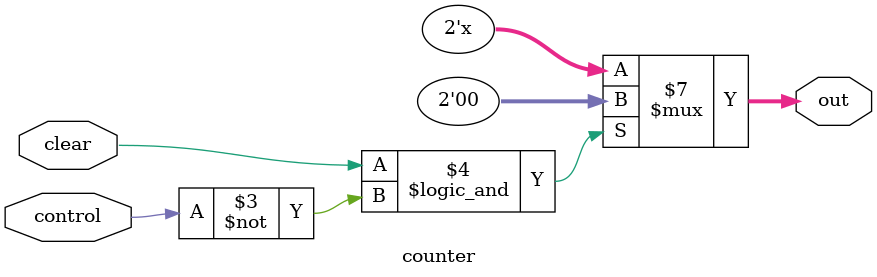
<source format=v>
module counter (out, clear, control);
input clear, control;
output [1:0]out;
reg [1:0]out;
always @ (*)
if (clear == 1 && control == 0)
 out=0;
else 
 out=out+1;
endmodule 
</source>
